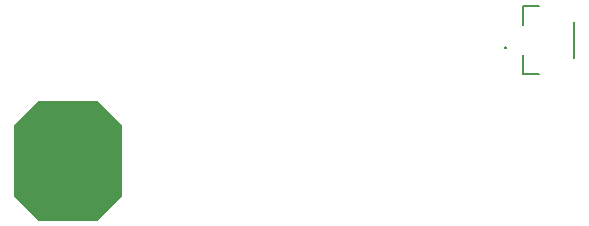
<source format=gbr>
G04 EAGLE Gerber RS-274X export*
G75*
%MOMM*%
%FSLAX34Y34*%
%LPD*%
%INSilkscreen Bottom*%
%IPPOS*%
%AMOC8*
5,1,8,0,0,1.08239X$1,22.5*%
G01*
%ADD10C,0.200000*%

G36*
X625753Y210320D02*
X625753Y210320D01*
X625796Y210318D01*
X625863Y210340D01*
X625932Y210352D01*
X625969Y210374D01*
X626009Y210387D01*
X626082Y210441D01*
X626126Y210467D01*
X626139Y210483D01*
X626160Y210499D01*
X646160Y230499D01*
X646184Y230533D01*
X646216Y230562D01*
X646248Y230625D01*
X646288Y230683D01*
X646299Y230724D01*
X646318Y230762D01*
X646331Y230851D01*
X646344Y230900D01*
X646342Y230921D01*
X646346Y230947D01*
X646346Y290947D01*
X646338Y290989D01*
X646340Y291031D01*
X646319Y291098D01*
X646306Y291168D01*
X646285Y291204D01*
X646272Y291245D01*
X646218Y291318D01*
X646192Y291361D01*
X646176Y291374D01*
X646160Y291395D01*
X626160Y311395D01*
X626125Y311420D01*
X626097Y311451D01*
X626034Y311483D01*
X625976Y311524D01*
X625935Y311534D01*
X625897Y311554D01*
X625807Y311567D01*
X625759Y311579D01*
X625738Y311577D01*
X625712Y311581D01*
X575712Y311581D01*
X575670Y311574D01*
X575627Y311576D01*
X575560Y311554D01*
X575491Y311542D01*
X575454Y311520D01*
X575414Y311507D01*
X575341Y311453D01*
X575298Y311427D01*
X575284Y311411D01*
X575263Y311395D01*
X555263Y291395D01*
X555239Y291361D01*
X555207Y291332D01*
X555175Y291269D01*
X555135Y291211D01*
X555124Y291170D01*
X555105Y291132D01*
X555092Y291043D01*
X555079Y290994D01*
X555081Y290973D01*
X555077Y290947D01*
X555077Y230947D01*
X555085Y230905D01*
X555083Y230863D01*
X555104Y230796D01*
X555117Y230726D01*
X555139Y230690D01*
X555152Y230649D01*
X555205Y230576D01*
X555231Y230533D01*
X555247Y230520D01*
X555263Y230499D01*
X575263Y210499D01*
X575298Y210474D01*
X575327Y210443D01*
X575389Y210411D01*
X575447Y210370D01*
X575488Y210360D01*
X575526Y210340D01*
X575616Y210327D01*
X575665Y210314D01*
X575685Y210317D01*
X575712Y210313D01*
X625712Y210313D01*
X625753Y210320D01*
G37*
D10*
X1028814Y378190D02*
X1028814Y348190D01*
X999814Y391940D02*
X986314Y391940D01*
X986314Y334440D02*
X999814Y334440D01*
X986314Y375550D02*
X986314Y391940D01*
X986314Y350830D02*
X986314Y334440D01*
X970794Y357030D02*
X970796Y357062D01*
X970802Y357093D01*
X970812Y357124D01*
X970825Y357153D01*
X970842Y357180D01*
X970862Y357205D01*
X970885Y357227D01*
X970910Y357247D01*
X970938Y357263D01*
X970968Y357275D01*
X970998Y357284D01*
X971030Y357289D01*
X971062Y357290D01*
X971094Y357287D01*
X971125Y357280D01*
X971155Y357269D01*
X971184Y357255D01*
X971211Y357237D01*
X971235Y357217D01*
X971257Y357193D01*
X971275Y357167D01*
X971290Y357139D01*
X971302Y357109D01*
X971310Y357078D01*
X971314Y357046D01*
X971314Y357014D01*
X971310Y356982D01*
X971302Y356951D01*
X971290Y356921D01*
X971275Y356893D01*
X971257Y356867D01*
X971235Y356843D01*
X971211Y356823D01*
X971184Y356805D01*
X971155Y356791D01*
X971125Y356780D01*
X971094Y356773D01*
X971062Y356770D01*
X971030Y356771D01*
X970998Y356776D01*
X970968Y356785D01*
X970938Y356797D01*
X970910Y356813D01*
X970885Y356833D01*
X970862Y356855D01*
X970842Y356880D01*
X970825Y356907D01*
X970812Y356936D01*
X970802Y356967D01*
X970796Y356998D01*
X970794Y357030D01*
M02*

</source>
